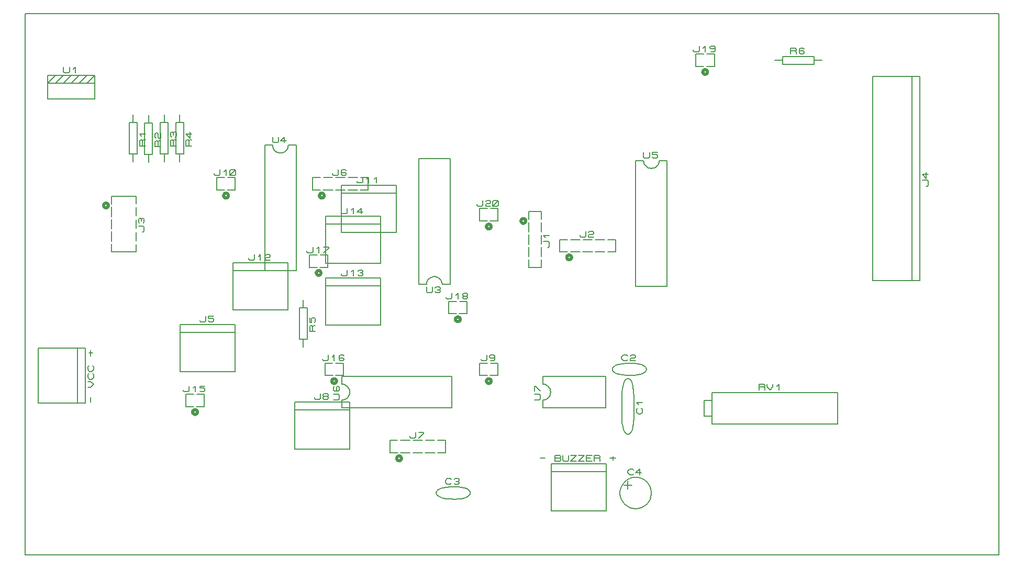
<source format=gbr>
G04 PROTEUS GERBER X2 FILE*
%TF.GenerationSoftware,Labcenter,Proteus,8.11-SP0-Build30052*%
%TF.CreationDate,2023-05-22T14:03:23+00:00*%
%TF.FileFunction,Legend,Top*%
%TF.FilePolarity,Positive*%
%TF.Part,Single*%
%TF.SameCoordinates,{9aae922a-4e75-4b79-837c-5e4d9500d0df}*%
%FSLAX45Y45*%
%MOMM*%
G01*
%TA.AperFunction,Profile*%
%ADD70C,0.203200*%
%TA.AperFunction,Material*%
%ADD71C,0.203200*%
%ADD20C,0.508000*%
%ADD21C,0.152400*%
%TD.AperFunction*%
D70*
X-15250000Y+4500000D02*
X+500000Y+4500000D01*
X+500000Y+13250000D01*
X-15250000Y+13250000D01*
X-15250000Y+4500000D01*
D71*
X-15037020Y+6956060D02*
X-14275020Y+6956060D01*
X-14275020Y+7845060D01*
X-15037020Y+7845060D01*
X-15037020Y+6956060D01*
X-14402020Y+7845060D02*
X-14402020Y+6956060D01*
X-14188660Y+6971935D02*
X-14188660Y+7051310D01*
X-14234380Y+7210060D02*
X-14188660Y+7210060D01*
X-14142940Y+7257685D01*
X-14188660Y+7305310D01*
X-14234380Y+7305310D01*
X-14158180Y+7432310D02*
X-14142940Y+7416435D01*
X-14142940Y+7368810D01*
X-14173420Y+7337060D01*
X-14203900Y+7337060D01*
X-14234380Y+7368810D01*
X-14234380Y+7416435D01*
X-14219140Y+7432310D01*
X-14158180Y+7559310D02*
X-14142940Y+7543435D01*
X-14142940Y+7495810D01*
X-14173420Y+7464060D01*
X-14203900Y+7464060D01*
X-14234380Y+7495810D01*
X-14234380Y+7543435D01*
X-14219140Y+7559310D01*
X-14188660Y+7718060D02*
X-14188660Y+7813310D01*
X-14219140Y+7765685D02*
X-14158180Y+7765685D01*
X-14881000Y+11873000D02*
X-14119000Y+11873000D01*
X-14119000Y+12127000D01*
X-14881000Y+12127000D01*
X-14881000Y+11873000D01*
X-14881000Y+12127000D02*
X-14881000Y+12254000D01*
X-14119000Y+12254000D01*
X-14119000Y+12127000D01*
X-14881000Y+12127000D02*
X-14754000Y+12254000D01*
X-14754000Y+12127000D02*
X-14627000Y+12254000D01*
X-14627000Y+12127000D02*
X-14500000Y+12254000D01*
X-14500000Y+12127000D02*
X-14373000Y+12254000D01*
X-14373000Y+12127000D02*
X-14246000Y+12254000D01*
X-14246000Y+12127000D02*
X-14119000Y+12254000D01*
X-14627000Y+12386080D02*
X-14627000Y+12309880D01*
X-14611125Y+12294640D01*
X-14547625Y+12294640D01*
X-14531750Y+12309880D01*
X-14531750Y+12386080D01*
X-14468250Y+12355600D02*
X-14436500Y+12386080D01*
X-14436500Y+12294640D01*
D20*
X-13902400Y+10150000D02*
X-13902531Y+10153158D01*
X-13903597Y+10159476D01*
X-13905828Y+10165794D01*
X-13909473Y+10172112D01*
X-13915048Y+10178351D01*
X-13921366Y+10182947D01*
X-13927684Y+10185880D01*
X-13934002Y+10187542D01*
X-13940320Y+10188100D01*
X-13940500Y+10188100D01*
X-13978600Y+10150000D02*
X-13978469Y+10153158D01*
X-13977403Y+10159476D01*
X-13975172Y+10165794D01*
X-13971527Y+10172112D01*
X-13965952Y+10178351D01*
X-13959634Y+10182947D01*
X-13953316Y+10185880D01*
X-13946998Y+10187542D01*
X-13940680Y+10188100D01*
X-13940500Y+10188100D01*
X-13978600Y+10150000D02*
X-13978469Y+10146842D01*
X-13977403Y+10140524D01*
X-13975172Y+10134206D01*
X-13971527Y+10127888D01*
X-13965952Y+10121649D01*
X-13959634Y+10117053D01*
X-13953316Y+10114120D01*
X-13946998Y+10112458D01*
X-13940680Y+10111900D01*
X-13940500Y+10111900D01*
X-13902400Y+10150000D02*
X-13902531Y+10146842D01*
X-13903597Y+10140524D01*
X-13905828Y+10134206D01*
X-13909473Y+10127888D01*
X-13915048Y+10121649D01*
X-13921366Y+10117053D01*
X-13927684Y+10114120D01*
X-13934002Y+10112458D01*
X-13940320Y+10111900D01*
X-13940500Y+10111900D01*
D21*
X-13850660Y+10299580D02*
X-13850660Y+10172408D01*
X-13850660Y+9400420D02*
X-13451880Y+9400420D01*
X-13451880Y+9518266D01*
X-13451880Y+10299580D02*
X-13850660Y+10299580D01*
X-13451880Y+9581734D02*
X-13451880Y+9718266D01*
X-13850660Y+9527592D02*
X-13850660Y+9400420D01*
X-13451880Y+9781734D02*
X-13451880Y+9918266D01*
X-13850660Y+9727592D02*
X-13850660Y+9572408D01*
X-13451880Y+9981734D02*
X-13451880Y+10118266D01*
X-13850660Y+9927592D02*
X-13850660Y+9772408D01*
X-13451880Y+10181734D02*
X-13451880Y+10299580D01*
X-13850660Y+10127592D02*
X-13850660Y+9972408D01*
D71*
X-13352820Y+9723000D02*
X-13337580Y+9723000D01*
X-13322340Y+9738875D01*
X-13322340Y+9802375D01*
X-13337580Y+9818250D01*
X-13413780Y+9818250D01*
X-13398540Y+9865875D02*
X-13413780Y+9881750D01*
X-13413780Y+9929375D01*
X-13398540Y+9945250D01*
X-13383300Y+9945250D01*
X-13368060Y+9929375D01*
X-13352820Y+9945250D01*
X-13337580Y+9945250D01*
X-13322340Y+9929375D01*
X-13322340Y+9881750D01*
X-13337580Y+9865875D01*
X-13368060Y+9897625D02*
X-13368060Y+9929375D01*
X-13500000Y+11623000D02*
X-13500000Y+11496000D01*
X-13563500Y+10988000D02*
X-13436500Y+10988000D01*
X-13436500Y+11496000D01*
X-13563500Y+11496000D01*
X-13563500Y+10988000D01*
X-13500000Y+10988000D02*
X-13500000Y+10861000D01*
X-13304420Y+11115000D02*
X-13395860Y+11115000D01*
X-13395860Y+11194375D01*
X-13380620Y+11210250D01*
X-13365380Y+11210250D01*
X-13350140Y+11194375D01*
X-13350140Y+11115000D01*
X-13350140Y+11194375D02*
X-13334900Y+11210250D01*
X-13304420Y+11210250D01*
X-13365380Y+11273750D02*
X-13395860Y+11305500D01*
X-13304420Y+11305500D01*
X-13250000Y+11607000D02*
X-13250000Y+11480000D01*
X-13313500Y+10972000D02*
X-13186500Y+10972000D01*
X-13186500Y+11480000D01*
X-13313500Y+11480000D01*
X-13313500Y+10972000D01*
X-13250000Y+10972000D02*
X-13250000Y+10845000D01*
X-13054420Y+11099000D02*
X-13145860Y+11099000D01*
X-13145860Y+11178375D01*
X-13130620Y+11194250D01*
X-13115380Y+11194250D01*
X-13100140Y+11178375D01*
X-13100140Y+11099000D01*
X-13100140Y+11178375D02*
X-13084900Y+11194250D01*
X-13054420Y+11194250D01*
X-13130620Y+11241875D02*
X-13145860Y+11257750D01*
X-13145860Y+11305375D01*
X-13130620Y+11321250D01*
X-13115380Y+11321250D01*
X-13100140Y+11305375D01*
X-13100140Y+11257750D01*
X-13084900Y+11241875D01*
X-13054420Y+11241875D01*
X-13054420Y+11321250D01*
X-13000000Y+11623000D02*
X-13000000Y+11496000D01*
X-13063500Y+10988000D02*
X-12936500Y+10988000D01*
X-12936500Y+11496000D01*
X-13063500Y+11496000D01*
X-13063500Y+10988000D01*
X-13000000Y+10988000D02*
X-13000000Y+10861000D01*
X-12804420Y+11115000D02*
X-12895860Y+11115000D01*
X-12895860Y+11194375D01*
X-12880620Y+11210250D01*
X-12865380Y+11210250D01*
X-12850140Y+11194375D01*
X-12850140Y+11115000D01*
X-12850140Y+11194375D02*
X-12834900Y+11210250D01*
X-12804420Y+11210250D01*
X-12880620Y+11257875D02*
X-12895860Y+11273750D01*
X-12895860Y+11321375D01*
X-12880620Y+11337250D01*
X-12865380Y+11337250D01*
X-12850140Y+11321375D01*
X-12834900Y+11337250D01*
X-12819660Y+11337250D01*
X-12804420Y+11321375D01*
X-12804420Y+11273750D01*
X-12819660Y+11257875D01*
X-12850140Y+11289625D02*
X-12850140Y+11321375D01*
X-12750000Y+11623000D02*
X-12750000Y+11496000D01*
X-12813500Y+10988000D02*
X-12686500Y+10988000D01*
X-12686500Y+11496000D01*
X-12813500Y+11496000D01*
X-12813500Y+10988000D01*
X-12750000Y+10988000D02*
X-12750000Y+10861000D01*
X-12554420Y+11115000D02*
X-12645860Y+11115000D01*
X-12645860Y+11194375D01*
X-12630620Y+11210250D01*
X-12615380Y+11210250D01*
X-12600140Y+11194375D01*
X-12600140Y+11115000D01*
X-12600140Y+11194375D02*
X-12584900Y+11210250D01*
X-12554420Y+11210250D01*
X-12584900Y+11337250D02*
X-12584900Y+11242000D01*
X-12645860Y+11305500D01*
X-12554420Y+11305500D01*
X-8377000Y+8873000D02*
X-8504000Y+8873000D01*
X-8631000Y+9000000D02*
X-8656876Y+8997564D01*
X-8680848Y+8990515D01*
X-8702438Y+8979238D01*
X-8721170Y+8964122D01*
X-8736569Y+8945554D01*
X-8748158Y+8923919D01*
X-8755460Y+8899606D01*
X-8758000Y+8873000D01*
X-8631000Y+9000000D02*
X-8604394Y+8997564D01*
X-8580081Y+8990515D01*
X-8558446Y+8979238D01*
X-8539878Y+8964122D01*
X-8524762Y+8945554D01*
X-8513485Y+8923919D01*
X-8506436Y+8899606D01*
X-8504000Y+8873000D01*
X-8758000Y+8873000D02*
X-8885000Y+8873000D01*
X-8377000Y+10905000D02*
X-8885000Y+10905000D01*
X-8377000Y+8873000D02*
X-8377000Y+10905000D01*
X-8885000Y+10905000D02*
X-8885000Y+8873000D01*
X-8758000Y+8832360D02*
X-8758000Y+8756160D01*
X-8742125Y+8740920D01*
X-8678625Y+8740920D01*
X-8662750Y+8756160D01*
X-8662750Y+8832360D01*
X-8615125Y+8817120D02*
X-8599250Y+8832360D01*
X-8551625Y+8832360D01*
X-8535750Y+8817120D01*
X-8535750Y+8801880D01*
X-8551625Y+8786640D01*
X-8535750Y+8771400D01*
X-8535750Y+8756160D01*
X-8551625Y+8740920D01*
X-8599250Y+8740920D01*
X-8615125Y+8756160D01*
X-8583375Y+8786640D02*
X-8551625Y+8786640D01*
D20*
X-7152400Y+9900000D02*
X-7152531Y+9903158D01*
X-7153597Y+9909476D01*
X-7155828Y+9915794D01*
X-7159473Y+9922112D01*
X-7165048Y+9928351D01*
X-7171366Y+9932947D01*
X-7177684Y+9935880D01*
X-7184002Y+9937542D01*
X-7190320Y+9938100D01*
X-7190500Y+9938100D01*
X-7228600Y+9900000D02*
X-7228469Y+9903158D01*
X-7227403Y+9909476D01*
X-7225172Y+9915794D01*
X-7221527Y+9922112D01*
X-7215952Y+9928351D01*
X-7209634Y+9932947D01*
X-7203316Y+9935880D01*
X-7196998Y+9937542D01*
X-7190680Y+9938100D01*
X-7190500Y+9938100D01*
X-7228600Y+9900000D02*
X-7228469Y+9896842D01*
X-7227403Y+9890524D01*
X-7225172Y+9884206D01*
X-7221527Y+9877888D01*
X-7215952Y+9871649D01*
X-7209634Y+9867053D01*
X-7203316Y+9864120D01*
X-7196998Y+9862458D01*
X-7190680Y+9861900D01*
X-7190500Y+9861900D01*
X-7152400Y+9900000D02*
X-7152531Y+9896842D01*
X-7153597Y+9890524D01*
X-7155828Y+9884206D01*
X-7159473Y+9877888D01*
X-7165048Y+9871649D01*
X-7171366Y+9867053D01*
X-7177684Y+9864120D01*
X-7184002Y+9862458D01*
X-7190320Y+9861900D01*
X-7190500Y+9861900D01*
D21*
X-7100660Y+10049580D02*
X-7100660Y+9922407D01*
X-7100660Y+9150420D02*
X-6900000Y+9150420D01*
X-6900000Y+9274809D01*
X-6900000Y+10049580D02*
X-7100660Y+10049580D01*
X-7100660Y+9277593D02*
X-7100660Y+9150420D01*
X-6900000Y+9325191D02*
X-6900000Y+9474809D01*
X-7100660Y+9477593D02*
X-7100660Y+9322407D01*
X-6900000Y+9525191D02*
X-6900000Y+9674809D01*
X-7100660Y+9677593D02*
X-7100660Y+9522407D01*
X-6900000Y+9725191D02*
X-6900000Y+9874809D01*
X-6900000Y+9925191D02*
X-6900000Y+10049580D01*
X-7100660Y+9877593D02*
X-7100660Y+9722407D01*
D71*
X-6800940Y+9473000D02*
X-6785700Y+9473000D01*
X-6770460Y+9488875D01*
X-6770460Y+9552375D01*
X-6785700Y+9568250D01*
X-6861900Y+9568250D01*
X-6831420Y+9631750D02*
X-6861900Y+9663500D01*
X-6770460Y+9663500D01*
X-5373000Y+10877000D02*
X-5246000Y+10877000D01*
X-5119000Y+10750000D02*
X-5093124Y+10752436D01*
X-5069152Y+10759485D01*
X-5047562Y+10770762D01*
X-5028830Y+10785878D01*
X-5013431Y+10804446D01*
X-5001842Y+10826081D01*
X-4994540Y+10850394D01*
X-4992000Y+10877000D01*
X-5119000Y+10750000D02*
X-5145606Y+10752436D01*
X-5169919Y+10759485D01*
X-5191554Y+10770762D01*
X-5210122Y+10785878D01*
X-5225238Y+10804446D01*
X-5236515Y+10826081D01*
X-5243564Y+10850394D01*
X-5246000Y+10877000D01*
X-4992000Y+10877000D02*
X-4865000Y+10877000D01*
X-5373000Y+8845000D02*
X-4865000Y+8845000D01*
X-5373000Y+10877000D02*
X-5373000Y+8845000D01*
X-4865000Y+8845000D02*
X-4865000Y+10877000D01*
X-5246000Y+11009080D02*
X-5246000Y+10932880D01*
X-5230125Y+10917640D01*
X-5166625Y+10917640D01*
X-5150750Y+10932880D01*
X-5150750Y+11009080D01*
X-5023750Y+11009080D02*
X-5103125Y+11009080D01*
X-5103125Y+10978600D01*
X-5039625Y+10978600D01*
X-5023750Y+10963360D01*
X-5023750Y+10932880D01*
X-5039625Y+10917640D01*
X-5087250Y+10917640D01*
X-5103125Y+10932880D01*
D20*
X-6411900Y+9309500D02*
X-6412031Y+9312658D01*
X-6413097Y+9318976D01*
X-6415328Y+9325294D01*
X-6418973Y+9331612D01*
X-6424548Y+9337851D01*
X-6430866Y+9342447D01*
X-6437184Y+9345380D01*
X-6443502Y+9347042D01*
X-6449820Y+9347600D01*
X-6450000Y+9347600D01*
X-6488100Y+9309500D02*
X-6487969Y+9312658D01*
X-6486903Y+9318976D01*
X-6484672Y+9325294D01*
X-6481027Y+9331612D01*
X-6475452Y+9337851D01*
X-6469134Y+9342447D01*
X-6462816Y+9345380D01*
X-6456498Y+9347042D01*
X-6450180Y+9347600D01*
X-6450000Y+9347600D01*
X-6488100Y+9309500D02*
X-6487969Y+9306342D01*
X-6486903Y+9300024D01*
X-6484672Y+9293706D01*
X-6481027Y+9287388D01*
X-6475452Y+9281149D01*
X-6469134Y+9276553D01*
X-6462816Y+9273620D01*
X-6456498Y+9271958D01*
X-6450180Y+9271400D01*
X-6450000Y+9271400D01*
X-6411900Y+9309500D02*
X-6412031Y+9306342D01*
X-6413097Y+9300024D01*
X-6415328Y+9293706D01*
X-6418973Y+9287388D01*
X-6424548Y+9281149D01*
X-6430866Y+9276553D01*
X-6437184Y+9273620D01*
X-6443502Y+9271958D01*
X-6449820Y+9271400D01*
X-6450000Y+9271400D01*
D21*
X-6599580Y+9399340D02*
X-6472407Y+9399340D01*
X-5700420Y+9399340D02*
X-5700420Y+9600000D01*
X-5824809Y+9600000D01*
X-6599580Y+9600000D02*
X-6599580Y+9399340D01*
X-5827593Y+9399340D02*
X-5700420Y+9399340D01*
X-5875191Y+9600000D02*
X-6024809Y+9600000D01*
X-6027593Y+9399340D02*
X-5872407Y+9399340D01*
X-6075191Y+9600000D02*
X-6224809Y+9600000D01*
X-6227593Y+9399340D02*
X-6072407Y+9399340D01*
X-6275191Y+9600000D02*
X-6424809Y+9600000D01*
X-6475191Y+9600000D02*
X-6599580Y+9600000D01*
X-6427593Y+9399340D02*
X-6272407Y+9399340D01*
D71*
X-6277000Y+9668580D02*
X-6277000Y+9653340D01*
X-6261125Y+9638100D01*
X-6197625Y+9638100D01*
X-6181750Y+9653340D01*
X-6181750Y+9729540D01*
X-6134125Y+9714300D02*
X-6118250Y+9729540D01*
X-6070625Y+9729540D01*
X-6054750Y+9714300D01*
X-6054750Y+9699060D01*
X-6070625Y+9683820D01*
X-6118250Y+9683820D01*
X-6134125Y+9668580D01*
X-6134125Y+9638100D01*
X-6054750Y+9638100D01*
X-10127000Y+7258000D02*
X-10127000Y+7385000D01*
X-10127000Y+6877000D02*
X-10127000Y+7004000D01*
X-10000000Y+7131000D02*
X-10002436Y+7156876D01*
X-10009485Y+7180848D01*
X-10020762Y+7202438D01*
X-10035878Y+7221170D01*
X-10054446Y+7236569D01*
X-10076081Y+7248158D01*
X-10100394Y+7255460D01*
X-10127000Y+7258000D01*
X-10000000Y+7131000D02*
X-10002436Y+7104394D01*
X-10009485Y+7080081D01*
X-10020762Y+7058446D01*
X-10035878Y+7039878D01*
X-10054446Y+7024762D01*
X-10076081Y+7013485D01*
X-10100394Y+7006436D01*
X-10127000Y+7004000D01*
X-10127000Y+6877000D02*
X-8349000Y+6877000D01*
X-8349000Y+7385000D01*
X-10127000Y+7385000D01*
X-10259080Y+7004000D02*
X-10182880Y+7004000D01*
X-10167640Y+7019875D01*
X-10167640Y+7083375D01*
X-10182880Y+7099250D01*
X-10259080Y+7099250D01*
X-10243840Y+7226250D02*
X-10259080Y+7210375D01*
X-10259080Y+7162750D01*
X-10243840Y+7146875D01*
X-10182880Y+7146875D01*
X-10167640Y+7162750D01*
X-10167640Y+7210375D01*
X-10182880Y+7226250D01*
X-10198120Y+7226250D01*
X-10213360Y+7210375D01*
X-10213360Y+7146875D01*
X-11373000Y+11127000D02*
X-11246000Y+11127000D01*
X-11119000Y+11000000D02*
X-11093124Y+11002436D01*
X-11069152Y+11009485D01*
X-11047562Y+11020762D01*
X-11028830Y+11035878D01*
X-11013431Y+11054446D01*
X-11001842Y+11076081D01*
X-10994540Y+11100394D01*
X-10992000Y+11127000D01*
X-11119000Y+11000000D02*
X-11145606Y+11002436D01*
X-11169919Y+11009485D01*
X-11191554Y+11020762D01*
X-11210122Y+11035878D01*
X-11225238Y+11054446D01*
X-11236515Y+11076081D01*
X-11243564Y+11100394D01*
X-11246000Y+11127000D01*
X-10992000Y+11127000D02*
X-10865000Y+11127000D01*
X-11373000Y+9095000D02*
X-10865000Y+9095000D01*
X-11373000Y+11127000D02*
X-11373000Y+9095000D01*
X-10865000Y+9095000D02*
X-10865000Y+11127000D01*
X-11246000Y+11259080D02*
X-11246000Y+11182880D01*
X-11230125Y+11167640D01*
X-11166625Y+11167640D01*
X-11150750Y+11182880D01*
X-11150750Y+11259080D01*
X-11023750Y+11198120D02*
X-11119000Y+11198120D01*
X-11055500Y+11259080D01*
X-11055500Y+11167640D01*
X-1537020Y+8939300D02*
X-775020Y+8939300D01*
X-775020Y+12241300D01*
X-1537020Y+12241300D01*
X-1537020Y+8939300D01*
X-902020Y+12241300D02*
X-902020Y+8939300D01*
X-673420Y+10463300D02*
X-658180Y+10463300D01*
X-642940Y+10479175D01*
X-642940Y+10542675D01*
X-658180Y+10558550D01*
X-734380Y+10558550D01*
X-673420Y+10685550D02*
X-673420Y+10590300D01*
X-734380Y+10653800D01*
X-642940Y+10653800D01*
X-3123000Y+12500000D02*
X-2996000Y+12500000D01*
X-2996000Y+12436500D02*
X-2488000Y+12436500D01*
X-2488000Y+12563500D01*
X-2996000Y+12563500D01*
X-2996000Y+12436500D01*
X-2488000Y+12500000D02*
X-2361000Y+12500000D01*
X-2869000Y+12604140D02*
X-2869000Y+12695580D01*
X-2789625Y+12695580D01*
X-2773750Y+12680340D01*
X-2773750Y+12665100D01*
X-2789625Y+12649860D01*
X-2869000Y+12649860D01*
X-2789625Y+12649860D02*
X-2773750Y+12634620D01*
X-2773750Y+12604140D01*
X-2646750Y+12680340D02*
X-2662625Y+12695580D01*
X-2710250Y+12695580D01*
X-2726125Y+12680340D01*
X-2726125Y+12619380D01*
X-2710250Y+12604140D01*
X-2662625Y+12604140D01*
X-2646750Y+12619380D01*
X-2646750Y+12634620D01*
X-2662625Y+12649860D01*
X-2726125Y+12649860D01*
X-6877000Y+7258000D02*
X-6877000Y+7385000D01*
X-5861000Y+7385000D01*
X-5861000Y+6877000D01*
X-6877000Y+6877000D01*
X-6877000Y+7004000D01*
X-6750000Y+7131000D02*
X-6752436Y+7156876D01*
X-6759485Y+7180848D01*
X-6770762Y+7202438D01*
X-6785878Y+7221170D01*
X-6804446Y+7236569D01*
X-6826081Y+7248158D01*
X-6850394Y+7255460D01*
X-6877000Y+7258000D01*
X-6750000Y+7131000D02*
X-6752436Y+7104394D01*
X-6759485Y+7080081D01*
X-6770762Y+7058446D01*
X-6785878Y+7039878D01*
X-6804446Y+7024762D01*
X-6826081Y+7013485D01*
X-6850394Y+7006436D01*
X-6877000Y+7004000D01*
X-7009080Y+7004000D02*
X-6932880Y+7004000D01*
X-6917640Y+7019875D01*
X-6917640Y+7083375D01*
X-6932880Y+7099250D01*
X-7009080Y+7099250D01*
X-7009080Y+7146875D02*
X-7009080Y+7226250D01*
X-6993840Y+7226250D01*
X-6917640Y+7146875D01*
X-5500000Y+7350000D02*
X-5479553Y+7345630D01*
X-5460644Y+7331445D01*
X-5443640Y+7305835D01*
X-5428906Y+7267188D01*
X-5416809Y+7213892D01*
X-5407715Y+7144336D01*
X-5401990Y+7056909D01*
X-5400000Y+6950000D01*
X-5500000Y+7350000D02*
X-5520447Y+7345630D01*
X-5539356Y+7331445D01*
X-5556360Y+7305835D01*
X-5571094Y+7267188D01*
X-5583191Y+7213892D01*
X-5592285Y+7144336D01*
X-5598010Y+7056909D01*
X-5600000Y+6950000D01*
X-5500000Y+6450000D02*
X-5479553Y+6454272D01*
X-5460644Y+6467773D01*
X-5443640Y+6491528D01*
X-5428906Y+6526562D01*
X-5416809Y+6573901D01*
X-5407715Y+6634570D01*
X-5401990Y+6709595D01*
X-5400000Y+6800000D01*
X-5500000Y+6450000D02*
X-5520447Y+6454272D01*
X-5539356Y+6467773D01*
X-5556360Y+6491528D01*
X-5571094Y+6526562D01*
X-5583191Y+6573901D01*
X-5592285Y+6634570D01*
X-5598010Y+6709595D01*
X-5600000Y+6800000D01*
X-5400000Y+6950000D02*
X-5400000Y+6800000D01*
X-5600000Y+6950000D02*
X-5600000Y+6800000D01*
X-5283160Y+6868250D02*
X-5267920Y+6852375D01*
X-5267920Y+6804750D01*
X-5298400Y+6773000D01*
X-5328880Y+6773000D01*
X-5359360Y+6804750D01*
X-5359360Y+6852375D01*
X-5344120Y+6868250D01*
X-5328880Y+6931750D02*
X-5359360Y+6963500D01*
X-5267920Y+6963500D01*
X-5750000Y+7500000D02*
X-5745825Y+7520447D01*
X-5733008Y+7539355D01*
X-5711109Y+7556360D01*
X-5679688Y+7571094D01*
X-5638306Y+7583191D01*
X-5586524Y+7592285D01*
X-5523901Y+7598010D01*
X-5450000Y+7600000D01*
X-5750000Y+7500000D02*
X-5745825Y+7479553D01*
X-5733008Y+7460645D01*
X-5711109Y+7443640D01*
X-5679688Y+7428906D01*
X-5638306Y+7416809D01*
X-5586524Y+7407715D01*
X-5523901Y+7401990D01*
X-5450000Y+7400000D01*
X-5200000Y+7500000D02*
X-5204077Y+7520447D01*
X-5216211Y+7539355D01*
X-5236255Y+7556360D01*
X-5264062Y+7571094D01*
X-5299487Y+7583191D01*
X-5342383Y+7592285D01*
X-5392603Y+7598010D01*
X-5450000Y+7600000D01*
X-5200000Y+7500000D02*
X-5204077Y+7479553D01*
X-5216211Y+7460645D01*
X-5236255Y+7443640D01*
X-5264062Y+7428906D01*
X-5299487Y+7416809D01*
X-5342383Y+7407715D01*
X-5392603Y+7401990D01*
X-5450000Y+7400000D01*
X-5506750Y+7655880D02*
X-5522625Y+7640640D01*
X-5570250Y+7640640D01*
X-5602000Y+7671120D01*
X-5602000Y+7701600D01*
X-5570250Y+7732080D01*
X-5522625Y+7732080D01*
X-5506750Y+7716840D01*
X-5459125Y+7716840D02*
X-5443250Y+7732080D01*
X-5395625Y+7732080D01*
X-5379750Y+7716840D01*
X-5379750Y+7701600D01*
X-5395625Y+7686360D01*
X-5443250Y+7686360D01*
X-5459125Y+7671120D01*
X-5459125Y+7640640D01*
X-5379750Y+7640640D01*
X-8600000Y+5500000D02*
X-8595825Y+5520447D01*
X-8583008Y+5539355D01*
X-8561109Y+5556360D01*
X-8529688Y+5571094D01*
X-8488306Y+5583191D01*
X-8436524Y+5592285D01*
X-8373901Y+5598010D01*
X-8300000Y+5600000D01*
X-8600000Y+5500000D02*
X-8595825Y+5479553D01*
X-8583008Y+5460645D01*
X-8561109Y+5443640D01*
X-8529688Y+5428906D01*
X-8488306Y+5416809D01*
X-8436524Y+5407715D01*
X-8373901Y+5401990D01*
X-8300000Y+5400000D01*
X-8050000Y+5500000D02*
X-8054077Y+5520447D01*
X-8066211Y+5539355D01*
X-8086255Y+5556360D01*
X-8114062Y+5571094D01*
X-8149487Y+5583191D01*
X-8192383Y+5592285D01*
X-8242603Y+5598010D01*
X-8300000Y+5600000D01*
X-8050000Y+5500000D02*
X-8054077Y+5479553D01*
X-8066211Y+5460645D01*
X-8086255Y+5443640D01*
X-8114062Y+5428906D01*
X-8149487Y+5416809D01*
X-8192383Y+5407715D01*
X-8242603Y+5401990D01*
X-8300000Y+5400000D01*
X-8356750Y+5655880D02*
X-8372625Y+5640640D01*
X-8420250Y+5640640D01*
X-8452000Y+5671120D01*
X-8452000Y+5701600D01*
X-8420250Y+5732080D01*
X-8372625Y+5732080D01*
X-8356750Y+5716840D01*
X-8309125Y+5716840D02*
X-8293250Y+5732080D01*
X-8245625Y+5732080D01*
X-8229750Y+5716840D01*
X-8229750Y+5701600D01*
X-8245625Y+5686360D01*
X-8229750Y+5671120D01*
X-8229750Y+5655880D01*
X-8245625Y+5640640D01*
X-8293250Y+5640640D01*
X-8309125Y+5655880D01*
X-8277375Y+5686360D02*
X-8245625Y+5686360D01*
X-5119000Y+5500000D02*
X-5119827Y+5520483D01*
X-5126545Y+5561450D01*
X-5140563Y+5602417D01*
X-5163341Y+5643384D01*
X-5198141Y+5684229D01*
X-5239108Y+5715845D01*
X-5280075Y+5736392D01*
X-5321042Y+5748629D01*
X-5362009Y+5753762D01*
X-5373000Y+5754000D01*
X-5627000Y+5500000D02*
X-5626173Y+5520483D01*
X-5619455Y+5561450D01*
X-5605437Y+5602417D01*
X-5582659Y+5643384D01*
X-5547859Y+5684229D01*
X-5506892Y+5715845D01*
X-5465925Y+5736392D01*
X-5424958Y+5748629D01*
X-5383991Y+5753762D01*
X-5373000Y+5754000D01*
X-5627000Y+5500000D02*
X-5626173Y+5479517D01*
X-5619455Y+5438550D01*
X-5605437Y+5397583D01*
X-5582659Y+5356616D01*
X-5547859Y+5315771D01*
X-5506892Y+5284155D01*
X-5465925Y+5263608D01*
X-5424958Y+5251371D01*
X-5383991Y+5246238D01*
X-5373000Y+5246000D01*
X-5119000Y+5500000D02*
X-5119827Y+5479517D01*
X-5126545Y+5438550D01*
X-5140563Y+5397583D01*
X-5163341Y+5356616D01*
X-5198141Y+5315771D01*
X-5239108Y+5284155D01*
X-5280075Y+5263608D01*
X-5321042Y+5251371D01*
X-5362009Y+5246238D01*
X-5373000Y+5246000D01*
X-5563500Y+5627000D02*
X-5436500Y+5627000D01*
X-5500000Y+5690500D02*
X-5500000Y+5563500D01*
X-5405670Y+5809880D02*
X-5421545Y+5794640D01*
X-5469170Y+5794640D01*
X-5500920Y+5825120D01*
X-5500920Y+5855600D01*
X-5469170Y+5886080D01*
X-5421545Y+5886080D01*
X-5405670Y+5870840D01*
X-5278670Y+5825120D02*
X-5373920Y+5825120D01*
X-5310420Y+5886080D01*
X-5310420Y+5794640D01*
X-10750000Y+8623000D02*
X-10750000Y+8496000D01*
X-10813500Y+7988000D02*
X-10686500Y+7988000D01*
X-10686500Y+8496000D01*
X-10813500Y+8496000D01*
X-10813500Y+7988000D01*
X-10750000Y+7988000D02*
X-10750000Y+7861000D01*
X-10554420Y+8115000D02*
X-10645860Y+8115000D01*
X-10645860Y+8194375D01*
X-10630620Y+8210250D01*
X-10615380Y+8210250D01*
X-10600140Y+8194375D01*
X-10600140Y+8115000D01*
X-10600140Y+8194375D02*
X-10584900Y+8210250D01*
X-10554420Y+8210250D01*
X-10645860Y+8337250D02*
X-10645860Y+8257875D01*
X-10615380Y+8257875D01*
X-10615380Y+8321375D01*
X-10600140Y+8337250D01*
X-10569660Y+8337250D01*
X-10554420Y+8321375D01*
X-10554420Y+8273750D01*
X-10569660Y+8257875D01*
X-4139000Y+6619000D02*
X-2107000Y+6619000D01*
X-2107000Y+7127000D01*
X-4139000Y+7127000D01*
X-4139000Y+6619000D01*
X-4266000Y+6746000D02*
X-4139000Y+6746000D01*
X-4139000Y+7000000D01*
X-4266000Y+7000000D01*
X-4266000Y+6746000D01*
X-3377000Y+7167640D02*
X-3377000Y+7259080D01*
X-3297625Y+7259080D01*
X-3281750Y+7243840D01*
X-3281750Y+7228600D01*
X-3297625Y+7213360D01*
X-3377000Y+7213360D01*
X-3297625Y+7213360D02*
X-3281750Y+7198120D01*
X-3281750Y+7167640D01*
X-3250000Y+7259080D02*
X-3250000Y+7213360D01*
X-3202375Y+7167640D01*
X-3154750Y+7213360D01*
X-3154750Y+7259080D01*
X-3091250Y+7228600D02*
X-3059500Y+7259080D01*
X-3059500Y+7167640D01*
X-6741300Y+5212980D02*
X-5852300Y+5212980D01*
X-5852300Y+5974980D01*
X-6741300Y+5974980D01*
X-6741300Y+5212980D01*
X-6741300Y+5847980D02*
X-5852300Y+5847980D01*
X-6915925Y+6061340D02*
X-6836550Y+6061340D01*
X-6677800Y+6015620D02*
X-6677800Y+6107060D01*
X-6598425Y+6107060D01*
X-6582550Y+6091820D01*
X-6582550Y+6076580D01*
X-6598425Y+6061340D01*
X-6582550Y+6046100D01*
X-6582550Y+6030860D01*
X-6598425Y+6015620D01*
X-6677800Y+6015620D01*
X-6677800Y+6061340D02*
X-6598425Y+6061340D01*
X-6550800Y+6107060D02*
X-6550800Y+6030860D01*
X-6534925Y+6015620D01*
X-6471425Y+6015620D01*
X-6455550Y+6030860D01*
X-6455550Y+6107060D01*
X-6423800Y+6107060D02*
X-6328550Y+6107060D01*
X-6423800Y+6015620D01*
X-6328550Y+6015620D01*
X-6296800Y+6107060D02*
X-6201550Y+6107060D01*
X-6296800Y+6015620D01*
X-6201550Y+6015620D01*
X-6074550Y+6015620D02*
X-6169800Y+6015620D01*
X-6169800Y+6107060D01*
X-6074550Y+6107060D01*
X-6169800Y+6061340D02*
X-6106300Y+6061340D01*
X-6042800Y+6015620D02*
X-6042800Y+6107060D01*
X-5963425Y+6107060D01*
X-5947550Y+6091820D01*
X-5947550Y+6076580D01*
X-5963425Y+6061340D01*
X-6042800Y+6061340D01*
X-5963425Y+6061340D02*
X-5947550Y+6046100D01*
X-5947550Y+6015620D01*
X-5788800Y+6061340D02*
X-5693550Y+6061340D01*
X-5741175Y+6091820D02*
X-5741175Y+6030860D01*
X-12741300Y+7462980D02*
X-11852300Y+7462980D01*
X-11852300Y+8224980D01*
X-12741300Y+8224980D01*
X-12741300Y+7462980D01*
X-12741300Y+8097980D02*
X-11852300Y+8097980D01*
X-12423800Y+8296100D02*
X-12423800Y+8280860D01*
X-12407925Y+8265620D01*
X-12344425Y+8265620D01*
X-12328550Y+8280860D01*
X-12328550Y+8357060D01*
X-12201550Y+8357060D02*
X-12280925Y+8357060D01*
X-12280925Y+8326580D01*
X-12217425Y+8326580D01*
X-12201550Y+8311340D01*
X-12201550Y+8280860D01*
X-12217425Y+8265620D01*
X-12265050Y+8265620D01*
X-12280925Y+8280860D01*
D20*
X-10411900Y+10309500D02*
X-10412031Y+10312658D01*
X-10413097Y+10318976D01*
X-10415328Y+10325294D01*
X-10418973Y+10331612D01*
X-10424548Y+10337851D01*
X-10430866Y+10342447D01*
X-10437184Y+10345380D01*
X-10443502Y+10347042D01*
X-10449820Y+10347600D01*
X-10450000Y+10347600D01*
X-10488100Y+10309500D02*
X-10487969Y+10312658D01*
X-10486903Y+10318976D01*
X-10484672Y+10325294D01*
X-10481027Y+10331612D01*
X-10475452Y+10337851D01*
X-10469134Y+10342447D01*
X-10462816Y+10345380D01*
X-10456498Y+10347042D01*
X-10450180Y+10347600D01*
X-10450000Y+10347600D01*
X-10488100Y+10309500D02*
X-10487969Y+10306342D01*
X-10486903Y+10300024D01*
X-10484672Y+10293706D01*
X-10481027Y+10287388D01*
X-10475452Y+10281149D01*
X-10469134Y+10276553D01*
X-10462816Y+10273620D01*
X-10456498Y+10271958D01*
X-10450180Y+10271400D01*
X-10450000Y+10271400D01*
X-10411900Y+10309500D02*
X-10412031Y+10306342D01*
X-10413097Y+10300024D01*
X-10415328Y+10293706D01*
X-10418973Y+10287388D01*
X-10424548Y+10281149D01*
X-10430866Y+10276553D01*
X-10437184Y+10273620D01*
X-10443502Y+10271958D01*
X-10449820Y+10271400D01*
X-10450000Y+10271400D01*
D21*
X-10599580Y+10399340D02*
X-10472407Y+10399340D01*
X-9700420Y+10399340D02*
X-9700420Y+10600000D01*
X-9824809Y+10600000D01*
X-10599580Y+10600000D02*
X-10599580Y+10399340D01*
X-9827593Y+10399340D02*
X-9700420Y+10399340D01*
X-9875191Y+10600000D02*
X-10024809Y+10600000D01*
X-10027593Y+10399340D02*
X-9872407Y+10399340D01*
X-10075191Y+10600000D02*
X-10224809Y+10600000D01*
X-10227593Y+10399340D02*
X-10072407Y+10399340D01*
X-10275191Y+10600000D02*
X-10424809Y+10600000D01*
X-10475191Y+10600000D02*
X-10599580Y+10600000D01*
X-10427593Y+10399340D02*
X-10272407Y+10399340D01*
D71*
X-10277000Y+10668580D02*
X-10277000Y+10653340D01*
X-10261125Y+10638100D01*
X-10197625Y+10638100D01*
X-10181750Y+10653340D01*
X-10181750Y+10729540D01*
X-10054750Y+10714300D02*
X-10070625Y+10729540D01*
X-10118250Y+10729540D01*
X-10134125Y+10714300D01*
X-10134125Y+10653340D01*
X-10118250Y+10638100D01*
X-10070625Y+10638100D01*
X-10054750Y+10653340D01*
X-10054750Y+10668580D01*
X-10070625Y+10683820D01*
X-10134125Y+10683820D01*
D20*
X-9161900Y+6059500D02*
X-9162031Y+6062658D01*
X-9163097Y+6068976D01*
X-9165328Y+6075294D01*
X-9168973Y+6081612D01*
X-9174548Y+6087851D01*
X-9180866Y+6092447D01*
X-9187184Y+6095380D01*
X-9193502Y+6097042D01*
X-9199820Y+6097600D01*
X-9200000Y+6097600D01*
X-9238100Y+6059500D02*
X-9237969Y+6062658D01*
X-9236903Y+6068976D01*
X-9234672Y+6075294D01*
X-9231027Y+6081612D01*
X-9225452Y+6087851D01*
X-9219134Y+6092447D01*
X-9212816Y+6095380D01*
X-9206498Y+6097042D01*
X-9200180Y+6097600D01*
X-9200000Y+6097600D01*
X-9238100Y+6059500D02*
X-9237969Y+6056342D01*
X-9236903Y+6050024D01*
X-9234672Y+6043706D01*
X-9231027Y+6037388D01*
X-9225452Y+6031149D01*
X-9219134Y+6026553D01*
X-9212816Y+6023620D01*
X-9206498Y+6021958D01*
X-9200180Y+6021400D01*
X-9200000Y+6021400D01*
X-9161900Y+6059500D02*
X-9162031Y+6056342D01*
X-9163097Y+6050024D01*
X-9165328Y+6043706D01*
X-9168973Y+6037388D01*
X-9174548Y+6031149D01*
X-9180866Y+6026553D01*
X-9187184Y+6023620D01*
X-9193502Y+6021958D01*
X-9199820Y+6021400D01*
X-9200000Y+6021400D01*
D21*
X-9349580Y+6149340D02*
X-9222407Y+6149340D01*
X-8450420Y+6149340D02*
X-8450420Y+6350000D01*
X-8574809Y+6350000D01*
X-9349580Y+6350000D02*
X-9349580Y+6149340D01*
X-8577593Y+6149340D02*
X-8450420Y+6149340D01*
X-8625191Y+6350000D02*
X-8774809Y+6350000D01*
X-8777593Y+6149340D02*
X-8622407Y+6149340D01*
X-8825191Y+6350000D02*
X-8974809Y+6350000D01*
X-8977593Y+6149340D02*
X-8822407Y+6149340D01*
X-9025191Y+6350000D02*
X-9174809Y+6350000D01*
X-9225191Y+6350000D02*
X-9349580Y+6350000D01*
X-9177593Y+6149340D02*
X-9022407Y+6149340D01*
D71*
X-9027000Y+6418580D02*
X-9027000Y+6403340D01*
X-9011125Y+6388100D01*
X-8947625Y+6388100D01*
X-8931750Y+6403340D01*
X-8931750Y+6479540D01*
X-8884125Y+6479540D02*
X-8804750Y+6479540D01*
X-8804750Y+6464300D01*
X-8884125Y+6388100D01*
X-10887540Y+6212980D02*
X-9998540Y+6212980D01*
X-9998540Y+6974980D01*
X-10887540Y+6974980D01*
X-10887540Y+6212980D01*
X-10887540Y+6847980D02*
X-9998540Y+6847980D01*
X-10570040Y+7046100D02*
X-10570040Y+7030860D01*
X-10554165Y+7015620D01*
X-10490665Y+7015620D01*
X-10474790Y+7030860D01*
X-10474790Y+7107060D01*
X-10411290Y+7061340D02*
X-10427165Y+7076580D01*
X-10427165Y+7091820D01*
X-10411290Y+7107060D01*
X-10363665Y+7107060D01*
X-10347790Y+7091820D01*
X-10347790Y+7076580D01*
X-10363665Y+7061340D01*
X-10411290Y+7061340D01*
X-10427165Y+7046100D01*
X-10427165Y+7030860D01*
X-10411290Y+7015620D01*
X-10363665Y+7015620D01*
X-10347790Y+7030860D01*
X-10347790Y+7046100D01*
X-10363665Y+7061340D01*
D20*
X-7711900Y+7309500D02*
X-7712031Y+7312658D01*
X-7713097Y+7318976D01*
X-7715328Y+7325294D01*
X-7718973Y+7331612D01*
X-7724548Y+7337851D01*
X-7730866Y+7342447D01*
X-7737184Y+7345380D01*
X-7743502Y+7347042D01*
X-7749820Y+7347600D01*
X-7750000Y+7347600D01*
X-7788100Y+7309500D02*
X-7787969Y+7312658D01*
X-7786903Y+7318976D01*
X-7784672Y+7325294D01*
X-7781027Y+7331612D01*
X-7775452Y+7337851D01*
X-7769134Y+7342447D01*
X-7762816Y+7345380D01*
X-7756498Y+7347042D01*
X-7750180Y+7347600D01*
X-7750000Y+7347600D01*
X-7788100Y+7309500D02*
X-7787969Y+7306342D01*
X-7786903Y+7300024D01*
X-7784672Y+7293706D01*
X-7781027Y+7287388D01*
X-7775452Y+7281149D01*
X-7769134Y+7276553D01*
X-7762816Y+7273620D01*
X-7756498Y+7271958D01*
X-7750180Y+7271400D01*
X-7750000Y+7271400D01*
X-7711900Y+7309500D02*
X-7712031Y+7306342D01*
X-7713097Y+7300024D01*
X-7715328Y+7293706D01*
X-7718973Y+7287388D01*
X-7724548Y+7281149D01*
X-7730866Y+7276553D01*
X-7737184Y+7273620D01*
X-7743502Y+7271958D01*
X-7749820Y+7271400D01*
X-7750000Y+7271400D01*
D21*
X-7899860Y+7399340D02*
X-7772407Y+7399340D01*
X-7600140Y+7399340D02*
X-7600140Y+7600000D01*
X-7724809Y+7600000D01*
X-7899860Y+7600000D02*
X-7899860Y+7399340D01*
X-7775191Y+7600000D02*
X-7899860Y+7600000D01*
X-7727593Y+7399340D02*
X-7600140Y+7399340D01*
D71*
X-7877000Y+7668580D02*
X-7877000Y+7653340D01*
X-7861125Y+7638100D01*
X-7797625Y+7638100D01*
X-7781750Y+7653340D01*
X-7781750Y+7729540D01*
X-7654750Y+7699060D02*
X-7670625Y+7683820D01*
X-7718250Y+7683820D01*
X-7734125Y+7699060D01*
X-7734125Y+7714300D01*
X-7718250Y+7729540D01*
X-7670625Y+7729540D01*
X-7654750Y+7714300D01*
X-7654750Y+7653340D01*
X-7670625Y+7638100D01*
X-7718250Y+7638100D01*
D20*
X-11961900Y+10309500D02*
X-11962031Y+10312658D01*
X-11963097Y+10318976D01*
X-11965328Y+10325294D01*
X-11968973Y+10331612D01*
X-11974548Y+10337851D01*
X-11980866Y+10342447D01*
X-11987184Y+10345380D01*
X-11993502Y+10347042D01*
X-11999820Y+10347600D01*
X-12000000Y+10347600D01*
X-12038100Y+10309500D02*
X-12037969Y+10312658D01*
X-12036903Y+10318976D01*
X-12034672Y+10325294D01*
X-12031027Y+10331612D01*
X-12025452Y+10337851D01*
X-12019134Y+10342447D01*
X-12012816Y+10345380D01*
X-12006498Y+10347042D01*
X-12000180Y+10347600D01*
X-12000000Y+10347600D01*
X-12038100Y+10309500D02*
X-12037969Y+10306342D01*
X-12036903Y+10300024D01*
X-12034672Y+10293706D01*
X-12031027Y+10287388D01*
X-12025452Y+10281149D01*
X-12019134Y+10276553D01*
X-12012816Y+10273620D01*
X-12006498Y+10271958D01*
X-12000180Y+10271400D01*
X-12000000Y+10271400D01*
X-11961900Y+10309500D02*
X-11962031Y+10306342D01*
X-11963097Y+10300024D01*
X-11965328Y+10293706D01*
X-11968973Y+10287388D01*
X-11974548Y+10281149D01*
X-11980866Y+10276553D01*
X-11987184Y+10273620D01*
X-11993502Y+10271958D01*
X-11999820Y+10271400D01*
X-12000000Y+10271400D01*
D21*
X-12149860Y+10399340D02*
X-12022407Y+10399340D01*
X-11850140Y+10399340D02*
X-11850140Y+10600000D01*
X-11974809Y+10600000D01*
X-12149860Y+10600000D02*
X-12149860Y+10399340D01*
X-12025191Y+10600000D02*
X-12149860Y+10600000D01*
X-11977593Y+10399340D02*
X-11850140Y+10399340D01*
D71*
X-12190500Y+10668580D02*
X-12190500Y+10653340D01*
X-12174625Y+10638100D01*
X-12111125Y+10638100D01*
X-12095250Y+10653340D01*
X-12095250Y+10729540D01*
X-12031750Y+10699060D02*
X-12000000Y+10729540D01*
X-12000000Y+10638100D01*
X-11936500Y+10653340D02*
X-11936500Y+10714300D01*
X-11920625Y+10729540D01*
X-11857125Y+10729540D01*
X-11841250Y+10714300D01*
X-11841250Y+10653340D01*
X-11857125Y+10638100D01*
X-11920625Y+10638100D01*
X-11936500Y+10653340D01*
X-11936500Y+10638100D02*
X-11841250Y+10729540D01*
X-10137540Y+9712980D02*
X-9248540Y+9712980D01*
X-9248540Y+10474980D01*
X-10137540Y+10474980D01*
X-10137540Y+9712980D01*
X-10137540Y+10347980D02*
X-9248540Y+10347980D01*
X-9883540Y+10546100D02*
X-9883540Y+10530860D01*
X-9867665Y+10515620D01*
X-9804165Y+10515620D01*
X-9788290Y+10530860D01*
X-9788290Y+10607060D01*
X-9724790Y+10576580D02*
X-9693040Y+10607060D01*
X-9693040Y+10515620D01*
X-9597790Y+10576580D02*
X-9566040Y+10607060D01*
X-9566040Y+10515620D01*
X-11887540Y+8462980D02*
X-10998540Y+8462980D01*
X-10998540Y+9224980D01*
X-11887540Y+9224980D01*
X-11887540Y+8462980D01*
X-11887540Y+9097980D02*
X-10998540Y+9097980D01*
X-11633540Y+9296100D02*
X-11633540Y+9280860D01*
X-11617665Y+9265620D01*
X-11554165Y+9265620D01*
X-11538290Y+9280860D01*
X-11538290Y+9357060D01*
X-11474790Y+9326580D02*
X-11443040Y+9357060D01*
X-11443040Y+9265620D01*
X-11363665Y+9341820D02*
X-11347790Y+9357060D01*
X-11300165Y+9357060D01*
X-11284290Y+9341820D01*
X-11284290Y+9326580D01*
X-11300165Y+9311340D01*
X-11347790Y+9311340D01*
X-11363665Y+9296100D01*
X-11363665Y+9265620D01*
X-11284290Y+9265620D01*
X-10387540Y+9212980D02*
X-9498540Y+9212980D01*
X-9498540Y+9974980D01*
X-10387540Y+9974980D01*
X-10387540Y+9212980D01*
X-10387540Y+9847980D02*
X-9498540Y+9847980D01*
X-10133540Y+10046100D02*
X-10133540Y+10030860D01*
X-10117665Y+10015620D01*
X-10054165Y+10015620D01*
X-10038290Y+10030860D01*
X-10038290Y+10107060D01*
X-9974790Y+10076580D02*
X-9943040Y+10107060D01*
X-9943040Y+10015620D01*
X-9784290Y+10046100D02*
X-9879540Y+10046100D01*
X-9816040Y+10107060D01*
X-9816040Y+10015620D01*
X-10387540Y+8212980D02*
X-9498540Y+8212980D01*
X-9498540Y+8974980D01*
X-10387540Y+8974980D01*
X-10387540Y+8212980D01*
X-10387540Y+8847980D02*
X-9498540Y+8847980D01*
X-10133540Y+9046100D02*
X-10133540Y+9030860D01*
X-10117665Y+9015620D01*
X-10054165Y+9015620D01*
X-10038290Y+9030860D01*
X-10038290Y+9107060D01*
X-9974790Y+9076580D02*
X-9943040Y+9107060D01*
X-9943040Y+9015620D01*
X-9863665Y+9091820D02*
X-9847790Y+9107060D01*
X-9800165Y+9107060D01*
X-9784290Y+9091820D01*
X-9784290Y+9076580D01*
X-9800165Y+9061340D01*
X-9784290Y+9046100D01*
X-9784290Y+9030860D01*
X-9800165Y+9015620D01*
X-9847790Y+9015620D01*
X-9863665Y+9030860D01*
X-9831915Y+9061340D02*
X-9800165Y+9061340D01*
D20*
X-12461900Y+6809500D02*
X-12462031Y+6812658D01*
X-12463097Y+6818976D01*
X-12465328Y+6825294D01*
X-12468973Y+6831612D01*
X-12474548Y+6837851D01*
X-12480866Y+6842447D01*
X-12487184Y+6845380D01*
X-12493502Y+6847042D01*
X-12499820Y+6847600D01*
X-12500000Y+6847600D01*
X-12538100Y+6809500D02*
X-12537969Y+6812658D01*
X-12536903Y+6818976D01*
X-12534672Y+6825294D01*
X-12531027Y+6831612D01*
X-12525452Y+6837851D01*
X-12519134Y+6842447D01*
X-12512816Y+6845380D01*
X-12506498Y+6847042D01*
X-12500180Y+6847600D01*
X-12500000Y+6847600D01*
X-12538100Y+6809500D02*
X-12537969Y+6806342D01*
X-12536903Y+6800024D01*
X-12534672Y+6793706D01*
X-12531027Y+6787388D01*
X-12525452Y+6781149D01*
X-12519134Y+6776553D01*
X-12512816Y+6773620D01*
X-12506498Y+6771958D01*
X-12500180Y+6771400D01*
X-12500000Y+6771400D01*
X-12461900Y+6809500D02*
X-12462031Y+6806342D01*
X-12463097Y+6800024D01*
X-12465328Y+6793706D01*
X-12468973Y+6787388D01*
X-12474548Y+6781149D01*
X-12480866Y+6776553D01*
X-12487184Y+6773620D01*
X-12493502Y+6771958D01*
X-12499820Y+6771400D01*
X-12500000Y+6771400D01*
D21*
X-12649860Y+6899340D02*
X-12522407Y+6899340D01*
X-12350140Y+6899340D02*
X-12350140Y+7100000D01*
X-12474809Y+7100000D01*
X-12649860Y+7100000D02*
X-12649860Y+6899340D01*
X-12525191Y+7100000D02*
X-12649860Y+7100000D01*
X-12477593Y+6899340D02*
X-12350140Y+6899340D01*
D71*
X-12690500Y+7168580D02*
X-12690500Y+7153340D01*
X-12674625Y+7138100D01*
X-12611125Y+7138100D01*
X-12595250Y+7153340D01*
X-12595250Y+7229540D01*
X-12531750Y+7199060D02*
X-12500000Y+7229540D01*
X-12500000Y+7138100D01*
X-12341250Y+7229540D02*
X-12420625Y+7229540D01*
X-12420625Y+7199060D01*
X-12357125Y+7199060D01*
X-12341250Y+7183820D01*
X-12341250Y+7153340D01*
X-12357125Y+7138100D01*
X-12404750Y+7138100D01*
X-12420625Y+7153340D01*
D20*
X-10211900Y+7309500D02*
X-10212031Y+7312658D01*
X-10213097Y+7318976D01*
X-10215328Y+7325294D01*
X-10218973Y+7331612D01*
X-10224548Y+7337851D01*
X-10230866Y+7342447D01*
X-10237184Y+7345380D01*
X-10243502Y+7347042D01*
X-10249820Y+7347600D01*
X-10250000Y+7347600D01*
X-10288100Y+7309500D02*
X-10287969Y+7312658D01*
X-10286903Y+7318976D01*
X-10284672Y+7325294D01*
X-10281027Y+7331612D01*
X-10275452Y+7337851D01*
X-10269134Y+7342447D01*
X-10262816Y+7345380D01*
X-10256498Y+7347042D01*
X-10250180Y+7347600D01*
X-10250000Y+7347600D01*
X-10288100Y+7309500D02*
X-10287969Y+7306342D01*
X-10286903Y+7300024D01*
X-10284672Y+7293706D01*
X-10281027Y+7287388D01*
X-10275452Y+7281149D01*
X-10269134Y+7276553D01*
X-10262816Y+7273620D01*
X-10256498Y+7271958D01*
X-10250180Y+7271400D01*
X-10250000Y+7271400D01*
X-10211900Y+7309500D02*
X-10212031Y+7306342D01*
X-10213097Y+7300024D01*
X-10215328Y+7293706D01*
X-10218973Y+7287388D01*
X-10224548Y+7281149D01*
X-10230866Y+7276553D01*
X-10237184Y+7273620D01*
X-10243502Y+7271958D01*
X-10249820Y+7271400D01*
X-10250000Y+7271400D01*
D21*
X-10399860Y+7399340D02*
X-10272407Y+7399340D01*
X-10100140Y+7399340D02*
X-10100140Y+7600000D01*
X-10224809Y+7600000D01*
X-10399860Y+7600000D02*
X-10399860Y+7399340D01*
X-10275191Y+7600000D02*
X-10399860Y+7600000D01*
X-10227593Y+7399340D02*
X-10100140Y+7399340D01*
D71*
X-10440500Y+7668580D02*
X-10440500Y+7653340D01*
X-10424625Y+7638100D01*
X-10361125Y+7638100D01*
X-10345250Y+7653340D01*
X-10345250Y+7729540D01*
X-10281750Y+7699060D02*
X-10250000Y+7729540D01*
X-10250000Y+7638100D01*
X-10091250Y+7714300D02*
X-10107125Y+7729540D01*
X-10154750Y+7729540D01*
X-10170625Y+7714300D01*
X-10170625Y+7653340D01*
X-10154750Y+7638100D01*
X-10107125Y+7638100D01*
X-10091250Y+7653340D01*
X-10091250Y+7668580D01*
X-10107125Y+7683820D01*
X-10170625Y+7683820D01*
D20*
X-10461900Y+9059500D02*
X-10462031Y+9062658D01*
X-10463097Y+9068976D01*
X-10465328Y+9075294D01*
X-10468973Y+9081612D01*
X-10474548Y+9087851D01*
X-10480866Y+9092447D01*
X-10487184Y+9095380D01*
X-10493502Y+9097042D01*
X-10499820Y+9097600D01*
X-10500000Y+9097600D01*
X-10538100Y+9059500D02*
X-10537969Y+9062658D01*
X-10536903Y+9068976D01*
X-10534672Y+9075294D01*
X-10531027Y+9081612D01*
X-10525452Y+9087851D01*
X-10519134Y+9092447D01*
X-10512816Y+9095380D01*
X-10506498Y+9097042D01*
X-10500180Y+9097600D01*
X-10500000Y+9097600D01*
X-10538100Y+9059500D02*
X-10537969Y+9056342D01*
X-10536903Y+9050024D01*
X-10534672Y+9043706D01*
X-10531027Y+9037388D01*
X-10525452Y+9031149D01*
X-10519134Y+9026553D01*
X-10512816Y+9023620D01*
X-10506498Y+9021958D01*
X-10500180Y+9021400D01*
X-10500000Y+9021400D01*
X-10461900Y+9059500D02*
X-10462031Y+9056342D01*
X-10463097Y+9050024D01*
X-10465328Y+9043706D01*
X-10468973Y+9037388D01*
X-10474548Y+9031149D01*
X-10480866Y+9026553D01*
X-10487184Y+9023620D01*
X-10493502Y+9021958D01*
X-10499820Y+9021400D01*
X-10500000Y+9021400D01*
D21*
X-10649860Y+9149340D02*
X-10522407Y+9149340D01*
X-10350140Y+9149340D02*
X-10350140Y+9350000D01*
X-10474809Y+9350000D01*
X-10649860Y+9350000D02*
X-10649860Y+9149340D01*
X-10525191Y+9350000D02*
X-10649860Y+9350000D01*
X-10477593Y+9149340D02*
X-10350140Y+9149340D01*
D71*
X-10690500Y+9418580D02*
X-10690500Y+9403340D01*
X-10674625Y+9388100D01*
X-10611125Y+9388100D01*
X-10595250Y+9403340D01*
X-10595250Y+9479540D01*
X-10531750Y+9449060D02*
X-10500000Y+9479540D01*
X-10500000Y+9388100D01*
X-10420625Y+9479540D02*
X-10341250Y+9479540D01*
X-10341250Y+9464300D01*
X-10420625Y+9388100D01*
D20*
X-8211900Y+8309500D02*
X-8212031Y+8312658D01*
X-8213097Y+8318976D01*
X-8215328Y+8325294D01*
X-8218973Y+8331612D01*
X-8224548Y+8337851D01*
X-8230866Y+8342447D01*
X-8237184Y+8345380D01*
X-8243502Y+8347042D01*
X-8249820Y+8347600D01*
X-8250000Y+8347600D01*
X-8288100Y+8309500D02*
X-8287969Y+8312658D01*
X-8286903Y+8318976D01*
X-8284672Y+8325294D01*
X-8281027Y+8331612D01*
X-8275452Y+8337851D01*
X-8269134Y+8342447D01*
X-8262816Y+8345380D01*
X-8256498Y+8347042D01*
X-8250180Y+8347600D01*
X-8250000Y+8347600D01*
X-8288100Y+8309500D02*
X-8287969Y+8306342D01*
X-8286903Y+8300024D01*
X-8284672Y+8293706D01*
X-8281027Y+8287388D01*
X-8275452Y+8281149D01*
X-8269134Y+8276553D01*
X-8262816Y+8273620D01*
X-8256498Y+8271958D01*
X-8250180Y+8271400D01*
X-8250000Y+8271400D01*
X-8211900Y+8309500D02*
X-8212031Y+8306342D01*
X-8213097Y+8300024D01*
X-8215328Y+8293706D01*
X-8218973Y+8287388D01*
X-8224548Y+8281149D01*
X-8230866Y+8276553D01*
X-8237184Y+8273620D01*
X-8243502Y+8271958D01*
X-8249820Y+8271400D01*
X-8250000Y+8271400D01*
D21*
X-8399860Y+8399340D02*
X-8272407Y+8399340D01*
X-8100140Y+8399340D02*
X-8100140Y+8600000D01*
X-8224809Y+8600000D01*
X-8399860Y+8600000D02*
X-8399860Y+8399340D01*
X-8275191Y+8600000D02*
X-8399860Y+8600000D01*
X-8227593Y+8399340D02*
X-8100140Y+8399340D01*
D71*
X-8440500Y+8668580D02*
X-8440500Y+8653340D01*
X-8424625Y+8638100D01*
X-8361125Y+8638100D01*
X-8345250Y+8653340D01*
X-8345250Y+8729540D01*
X-8281750Y+8699060D02*
X-8250000Y+8729540D01*
X-8250000Y+8638100D01*
X-8154750Y+8683820D02*
X-8170625Y+8699060D01*
X-8170625Y+8714300D01*
X-8154750Y+8729540D01*
X-8107125Y+8729540D01*
X-8091250Y+8714300D01*
X-8091250Y+8699060D01*
X-8107125Y+8683820D01*
X-8154750Y+8683820D01*
X-8170625Y+8668580D01*
X-8170625Y+8653340D01*
X-8154750Y+8638100D01*
X-8107125Y+8638100D01*
X-8091250Y+8653340D01*
X-8091250Y+8668580D01*
X-8107125Y+8683820D01*
D20*
X-4211900Y+12309500D02*
X-4212031Y+12312658D01*
X-4213097Y+12318976D01*
X-4215328Y+12325294D01*
X-4218973Y+12331612D01*
X-4224548Y+12337851D01*
X-4230866Y+12342447D01*
X-4237184Y+12345380D01*
X-4243502Y+12347042D01*
X-4249820Y+12347600D01*
X-4250000Y+12347600D01*
X-4288100Y+12309500D02*
X-4287969Y+12312658D01*
X-4286903Y+12318976D01*
X-4284672Y+12325294D01*
X-4281027Y+12331612D01*
X-4275452Y+12337851D01*
X-4269134Y+12342447D01*
X-4262816Y+12345380D01*
X-4256498Y+12347042D01*
X-4250180Y+12347600D01*
X-4250000Y+12347600D01*
X-4288100Y+12309500D02*
X-4287969Y+12306342D01*
X-4286903Y+12300024D01*
X-4284672Y+12293706D01*
X-4281027Y+12287388D01*
X-4275452Y+12281149D01*
X-4269134Y+12276553D01*
X-4262816Y+12273620D01*
X-4256498Y+12271958D01*
X-4250180Y+12271400D01*
X-4250000Y+12271400D01*
X-4211900Y+12309500D02*
X-4212031Y+12306342D01*
X-4213097Y+12300024D01*
X-4215328Y+12293706D01*
X-4218973Y+12287388D01*
X-4224548Y+12281149D01*
X-4230866Y+12276553D01*
X-4237184Y+12273620D01*
X-4243502Y+12271958D01*
X-4249820Y+12271400D01*
X-4250000Y+12271400D01*
D21*
X-4399860Y+12399340D02*
X-4272407Y+12399340D01*
X-4100140Y+12399340D02*
X-4100140Y+12600000D01*
X-4224809Y+12600000D01*
X-4399860Y+12600000D02*
X-4399860Y+12399340D01*
X-4275191Y+12600000D02*
X-4399860Y+12600000D01*
X-4227593Y+12399340D02*
X-4100140Y+12399340D01*
D71*
X-4440500Y+12668580D02*
X-4440500Y+12653340D01*
X-4424625Y+12638100D01*
X-4361125Y+12638100D01*
X-4345250Y+12653340D01*
X-4345250Y+12729540D01*
X-4281750Y+12699060D02*
X-4250000Y+12729540D01*
X-4250000Y+12638100D01*
X-4091250Y+12699060D02*
X-4107125Y+12683820D01*
X-4154750Y+12683820D01*
X-4170625Y+12699060D01*
X-4170625Y+12714300D01*
X-4154750Y+12729540D01*
X-4107125Y+12729540D01*
X-4091250Y+12714300D01*
X-4091250Y+12653340D01*
X-4107125Y+12638100D01*
X-4154750Y+12638100D01*
D20*
X-7711900Y+9809500D02*
X-7712031Y+9812658D01*
X-7713097Y+9818976D01*
X-7715328Y+9825294D01*
X-7718973Y+9831612D01*
X-7724548Y+9837851D01*
X-7730866Y+9842447D01*
X-7737184Y+9845380D01*
X-7743502Y+9847042D01*
X-7749820Y+9847600D01*
X-7750000Y+9847600D01*
X-7788100Y+9809500D02*
X-7787969Y+9812658D01*
X-7786903Y+9818976D01*
X-7784672Y+9825294D01*
X-7781027Y+9831612D01*
X-7775452Y+9837851D01*
X-7769134Y+9842447D01*
X-7762816Y+9845380D01*
X-7756498Y+9847042D01*
X-7750180Y+9847600D01*
X-7750000Y+9847600D01*
X-7788100Y+9809500D02*
X-7787969Y+9806342D01*
X-7786903Y+9800024D01*
X-7784672Y+9793706D01*
X-7781027Y+9787388D01*
X-7775452Y+9781149D01*
X-7769134Y+9776553D01*
X-7762816Y+9773620D01*
X-7756498Y+9771958D01*
X-7750180Y+9771400D01*
X-7750000Y+9771400D01*
X-7711900Y+9809500D02*
X-7712031Y+9806342D01*
X-7713097Y+9800024D01*
X-7715328Y+9793706D01*
X-7718973Y+9787388D01*
X-7724548Y+9781149D01*
X-7730866Y+9776553D01*
X-7737184Y+9773620D01*
X-7743502Y+9771958D01*
X-7749820Y+9771400D01*
X-7750000Y+9771400D01*
D21*
X-7899860Y+9899340D02*
X-7772407Y+9899340D01*
X-7600140Y+9899340D02*
X-7600140Y+10100000D01*
X-7724809Y+10100000D01*
X-7899860Y+10100000D02*
X-7899860Y+9899340D01*
X-7775191Y+10100000D02*
X-7899860Y+10100000D01*
X-7727593Y+9899340D02*
X-7600140Y+9899340D01*
D71*
X-7940500Y+10168580D02*
X-7940500Y+10153340D01*
X-7924625Y+10138100D01*
X-7861125Y+10138100D01*
X-7845250Y+10153340D01*
X-7845250Y+10229540D01*
X-7797625Y+10214300D02*
X-7781750Y+10229540D01*
X-7734125Y+10229540D01*
X-7718250Y+10214300D01*
X-7718250Y+10199060D01*
X-7734125Y+10183820D01*
X-7781750Y+10183820D01*
X-7797625Y+10168580D01*
X-7797625Y+10138100D01*
X-7718250Y+10138100D01*
X-7686500Y+10153340D02*
X-7686500Y+10214300D01*
X-7670625Y+10229540D01*
X-7607125Y+10229540D01*
X-7591250Y+10214300D01*
X-7591250Y+10153340D01*
X-7607125Y+10138100D01*
X-7670625Y+10138100D01*
X-7686500Y+10153340D01*
X-7686500Y+10138100D02*
X-7591250Y+10229540D01*
M02*

</source>
